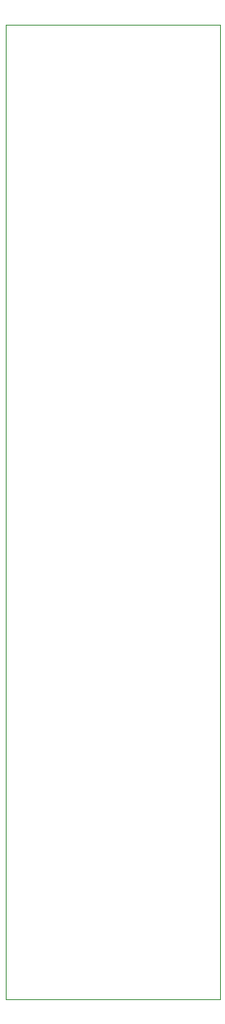
<source format=gbr>
%TF.GenerationSoftware,KiCad,Pcbnew,9.0.0*%
%TF.CreationDate,2025-02-26T19:49:16+08:00*%
%TF.ProjectId,keyboard,6b657962-6f61-4726-942e-6b696361645f,rev?*%
%TF.SameCoordinates,Original*%
%TF.FileFunction,Profile,NP*%
%FSLAX46Y46*%
G04 Gerber Fmt 4.6, Leading zero omitted, Abs format (unit mm)*
G04 Created by KiCad (PCBNEW 9.0.0) date 2025-02-26 19:49:16*
%MOMM*%
%LPD*%
G01*
G04 APERTURE LIST*
%TA.AperFunction,Profile*%
%ADD10C,0.050000*%
%TD*%
G04 APERTURE END LIST*
D10*
X164200000Y-30400000D02*
X186200000Y-30400000D01*
X186200000Y-130400000D01*
X164200000Y-130400000D01*
X164200000Y-30400000D01*
M02*

</source>
